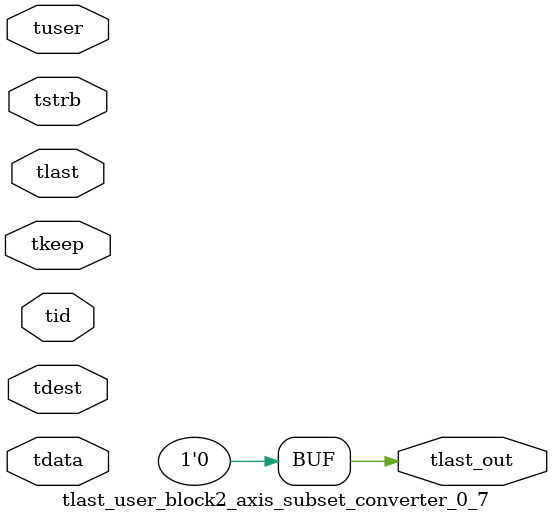
<source format=v>


`timescale 1ps/1ps

module tlast_user_block2_axis_subset_converter_0_7 #
(
parameter C_S_AXIS_TID_WIDTH   = 1,
parameter C_S_AXIS_TUSER_WIDTH = 0,
parameter C_S_AXIS_TDATA_WIDTH = 0,
parameter C_S_AXIS_TDEST_WIDTH = 0
)
(
input  [(C_S_AXIS_TID_WIDTH   == 0 ? 1 : C_S_AXIS_TID_WIDTH)-1:0       ] tid,
input  [(C_S_AXIS_TDATA_WIDTH == 0 ? 1 : C_S_AXIS_TDATA_WIDTH)-1:0     ] tdata,
input  [(C_S_AXIS_TUSER_WIDTH == 0 ? 1 : C_S_AXIS_TUSER_WIDTH)-1:0     ] tuser,
input  [(C_S_AXIS_TDEST_WIDTH == 0 ? 1 : C_S_AXIS_TDEST_WIDTH)-1:0     ] tdest,
input  [(C_S_AXIS_TDATA_WIDTH/8)-1:0 ] tkeep,
input  [(C_S_AXIS_TDATA_WIDTH/8)-1:0 ] tstrb,
input  [0:0]                                                             tlast,
output                                                                   tlast_out
);

assign tlast_out = {1'b0};

endmodule


</source>
